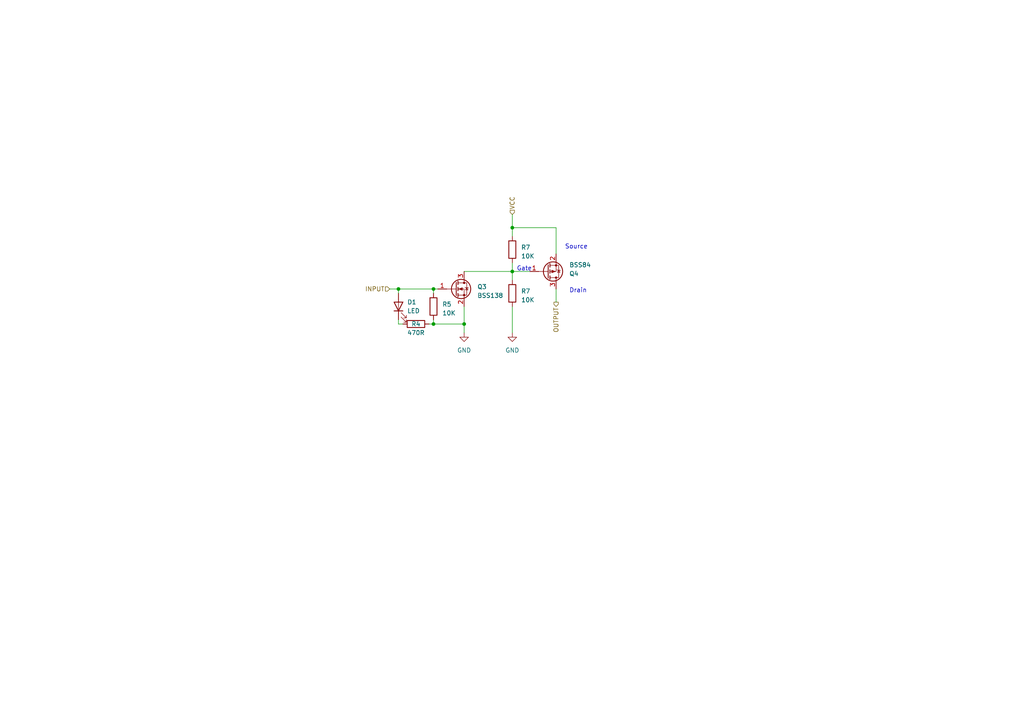
<source format=kicad_sch>
(kicad_sch (version 20230121) (generator eeschema)
  (paper "A4")
  (lib_symbols
    (symbol "Device:LED" (pin_numbers hide) (pin_names (offset 1.016) hide)
      (property "Reference" "D" (at 0 2.54 0))
      (property "Value" "LED" (at 0 -2.54 0))
      (symbol "LED_0_1"
        (polyline (pts (xy -1.27 -1.27) (xy -1.27 1.27)) (stroke (width 0.254)))
        (polyline (pts (xy -1.27 0) (xy 1.27 0)))
        (polyline (pts (xy 1.27 -1.27) (xy 1.27 1.27) (xy -1.27 0) (xy 1.27 -1.27)) (stroke (width 0.254)))
        (polyline (pts (xy -3.048 -0.762) (xy -4.572 -2.286) (xy -3.81 -2.286) (xy -4.572 -2.286) (xy -4.572 -1.524)))
        (polyline (pts (xy -1.778 -0.762) (xy -3.302 -2.286) (xy -2.54 -2.286) (xy -3.302 -2.286) (xy -3.302 -1.524)))
      )
      (symbol "LED_1_1"
        (pin passive line (at -3.81 0 0) (length 2.54) (name "K") (number "1"))
        (pin passive line (at 3.81 0 180) (length 2.54) (name "A") (number "2"))
      )
    )
    (symbol "Device:R" (pin_numbers hide) (pin_names (offset 0))
      (property "Reference" "R" (at 2.032 0 90))
      (property "Value" "R" (at 0 0 90))
      (symbol "R_0_1"
        (rectangle (start -1.016 -2.54) (end 1.016 2.54) (stroke (width 0.254)))
      )
      (symbol "R_1_1"
        (pin passive line (at 0 3.81 270) (length 1.27) (name "~") (number "1"))
        (pin passive line (at 0 -3.81 90) (length 1.27) (name "~") (number "2"))
      )
    )
    (symbol "Transistor_FET:BSS138" (pin_names hide)
      (property "Reference" "Q" (at 5.08 1.905 0))
      (property "Value" "BSS138" (at 5.08 0 0))
      (symbol "BSS138_0_1"
        (polyline (pts (xy 0.254 0) (xy -2.54 0)))
        (polyline (pts (xy 0.254 1.905) (xy 0.254 -1.905)) (stroke (width 0.254)))
        (polyline (pts (xy 0.762 -1.27) (xy 0.762 -2.286)) (stroke (width 0.254)))
        (polyline (pts (xy 0.762 0.508) (xy 0.762 -0.508)) (stroke (width 0.254)))
        (polyline (pts (xy 0.762 2.286) (xy 0.762 1.27)) (stroke (width 0.254)))
        (polyline (pts (xy 2.54 2.54) (xy 2.54 1.778)))
        (polyline (pts (xy 2.54 -2.54) (xy 2.54 0) (xy 0.762 0)))
        (polyline (pts (xy 0.762 -1.778) (xy 3.302 -1.778) (xy 3.302 1.778) (xy 0.762 1.778)))
        (polyline (pts (xy 1.016 0) (xy 2.032 0.381) (xy 2.032 -0.381) (xy 1.016 0)) (fill (type outline)))
        (polyline (pts (xy 2.794 0.508) (xy 2.921 0.381) (xy 3.683 0.381) (xy 3.81 0.254)))
        (polyline (pts (xy 3.302 0.381) (xy 2.921 -0.254) (xy 3.683 -0.254) (xy 3.302 0.381)))
        (circle (center 1.651 0) (radius 2.794) (stroke (width 0.254)))
        (circle (center 2.54 -1.778) (radius 0.254) (fill (type outline)))
        (circle (center 2.54 1.778) (radius 0.254) (fill (type outline)))
      )
      (symbol "BSS138_1_1"
        (pin input line (at -5.08 0 0) (length 2.54) (name "G") (number "1"))
        (pin passive line (at 2.54 -5.08 90) (length 2.54) (name "S") (number "2"))
        (pin passive line (at 2.54 5.08 270) (length 2.54) (name "D") (number "3"))
      )
    )
    (symbol "Transistor_FET:BSS84" (pin_names hide)
      (property "Reference" "Q" (at 5.08 1.905 0))
      (property "Value" "BSS84" (at 5.08 0 0))
      (symbol "BSS84_0_1"
        (polyline (pts (xy 0.254 0) (xy -2.54 0)))
        (polyline (pts (xy 0.254 1.905) (xy 0.254 -1.905)) (stroke (width 0.254)))
        (polyline (pts (xy 0.762 -1.27) (xy 0.762 -2.286)) (stroke (width 0.254)))
        (polyline (pts (xy 0.762 0.508) (xy 0.762 -0.508)) (stroke (width 0.254)))
        (polyline (pts (xy 0.762 2.286) (xy 0.762 1.27)) (stroke (width 0.254)))
        (polyline (pts (xy 2.54 2.54) (xy 2.54 1.778)))
        (polyline (pts (xy 2.54 -2.54) (xy 2.54 0) (xy 0.762 0)))
        (polyline (pts (xy 0.762 1.778) (xy 3.302 1.778) (xy 3.302 -1.778) (xy 0.762 -1.778)))
        (polyline (pts (xy 2.286 0) (xy 1.27 0.381) (xy 1.27 -0.381) (xy 2.286 0)) (fill (type outline)))
        (polyline (pts (xy 2.794 -0.508) (xy 2.921 -0.381) (xy 3.683 -0.381) (xy 3.81 -0.254)))
        (polyline (pts (xy 3.302 -0.381) (xy 2.921 0.254) (xy 3.683 0.254) (xy 3.302 -0.381)))
        (circle (center 1.651 0) (radius 2.794) (stroke (width 0.254)))
        (circle (center 2.54 -1.778) (radius 0.254) (fill (type outline)))
        (circle (center 2.54 1.778) (radius 0.254) (fill (type outline)))
      )
      (symbol "BSS84_1_1"
        (pin input line (at -5.08 0 0) (length 2.54) (name "G") (number "1"))
        (pin passive line (at 2.54 -5.08 90) (length 2.54) (name "S") (number "2"))
        (pin passive line (at 2.54 5.08 270) (length 2.54) (name "D") (number "3"))
      )
    )
    (symbol "power:GND" (power) (pin_names (offset 0))
      (property "Value" "GND" (at 0 -3.81 0))
      (symbol "GND_0_1"
        (polyline (pts (xy 0 0) (xy 0 -1.27) (xy 1.27 -1.27) (xy 0 -2.54) (xy -1.27 -1.27) (xy 0 -1.27)))
      )
      (symbol "GND_1_1"
        (pin power_in line (at 0 0 270) (length 0) hide (name "GND") (number "1"))
      )
    )
  )
  (junction (at 115.57 83.82))
  (junction (at 148.59 66.04))
  (junction (at 125.73 83.82))
  (junction (at 125.73 93.98))
  (junction (at 134.62 93.98))
  (junction (at 148.59 78.74))
  (wire (pts (xy 134.62 88.9) (xy 134.62 93.98)))
  (wire (pts (xy 148.59 78.74) (xy 153.67 78.74)))
  (wire (pts (xy 134.62 93.98) (xy 134.62 96.52)))
  (wire (pts (xy 148.59 66.04) (xy 161.29 66.04)))
  (wire (pts (xy 115.57 83.82) (xy 115.57 85.09)))
  (wire (pts (xy 148.59 78.74) (xy 148.59 81.28)))
  (wire (pts (xy 148.59 66.04) (xy 148.59 68.58)))
  (wire (pts (xy 148.59 76.2) (xy 148.59 78.74)))
  (wire (pts (xy 125.73 83.82) (xy 127 83.82)))
  (wire (pts (xy 115.57 92.71) (xy 115.57 93.98)))
  (wire (pts (xy 134.62 78.74) (xy 148.59 78.74)))
  (wire (pts (xy 161.29 66.04) (xy 161.29 73.66)))
  (wire (pts (xy 148.59 62.23) (xy 148.59 66.04)))
  (wire (pts (xy 115.57 83.82) (xy 125.73 83.82)))
  (wire (pts (xy 113.03 83.82) (xy 115.57 83.82)))
  (wire (pts (xy 124.46 93.98) (xy 125.73 93.98)))
  (wire (pts (xy 115.57 93.98) (xy 116.84 93.98)))
  (wire (pts (xy 161.29 83.82) (xy 161.29 87.63)))
  (wire (pts (xy 125.73 93.98) (xy 134.62 93.98)))
  (wire (pts (xy 148.59 88.9) (xy 148.59 96.52)))
  (wire (pts (xy 125.73 83.82) (xy 125.73 85.09)))
  (wire (pts (xy 125.73 92.71) (xy 125.73 93.98)))
  (text "Source" (at 163.83 72.39 0) (effects (font (size 1.27 1.27)) (justify left bottom)))
  (text "Gate" (at 149.86 78.74 0) (effects (font (size 1.27 1.27)) (justify left bottom)))
  (text "Drain" (at 165.1 85.09 0) (effects (font (size 1.27 1.27)) (justify left bottom)))
  (hierarchical_label "OUTPUT" (shape output) (at 161.29 87.63 270))
  (hierarchical_label "VCC" (shape input) (at 148.59 62.23 90))
  (hierarchical_label "INPUT" (shape input) (at 113.03 83.82 180))
  (symbol (lib_id "power:GND") (at 134.62 96.52 0) (unit 1)
    (property "Reference" "#PWR010" (effects hide))
    (property "Value" "GND" (at 134.62 101.6 0))
  )
  (symbol (lib_id "Transistor_FET:BSS138") (at 132.08 83.82 0) (unit 1)
    (property "Reference" "Q3" (at 138.43 83.185 0) (effects (justify left)))
    (property "Value" "BSS138" (at 138.43 85.725 0) (effects (justify left)))
    (property "Footprint" "Package_TO_SOT_SMD:SOT-23_Handsoldering" (effects hide))
    (property "Datasheet" "https://www.onsemi.com/pub/Collateral/BSS138-D.PDF" (effects hide))
    (instances (project "Wago 859-SSD" (path "" (reference "Q3") (unit 1)) (path "" (reference "Q5") (unit 1))) (project "PanelModular" (path "" (reference "Q3") (unit 1))) (project "EncoderMux" (path "" (reference "Q1") (unit 1))))
  )
  (symbol (lib_id "Transistor_FET:BSS84") (at 158.75 78.74 0) (mirror x) (unit 1)
    (property "Reference" "Q4" (at 165.1 79.375 0) (effects (justify left)))
    (property "Value" "BSS84" (at 165.1 76.835 0) (effects (justify left)))
    (property "Footprint" "Package_TO_SOT_SMD:SOT-23_Handsoldering" (effects hide))
    (property "Datasheet" "http://assets.nexperia.com/documents/data-sheet/BSS84.pdf" (effects hide))
    (instances (project "Wago 859-SSD" (path "" (reference "Q4") (unit 1)) (path "" (reference "Q1") (unit 1))) (project "EncoderMux" (path "" (reference "Q2") (unit 1))))
  )
  (symbol (lib_id "Device:LED") (at 115.57 88.9 90) (unit 1)
    (property "Reference" "D1" (at 118.11 87.63 90) (effects (justify right)))
    (property "Value" "LED" (at 118.11 90.17 90) (effects (justify right)))
    (property "Footprint" "LED_SMD:LED_1206_3216Metric_Pad1.42x1.75mm_HandSolder" (effects hide))
    (instances (project "Wago 859-SSD" (path "" (reference "D1") (unit 1)) (path "" (reference "D3") (unit 1))) (project "EncoderMux" (path "" (reference "D1") (unit 1))))
  )
  (symbol (lib_id "power:GND") (at 148.59 96.52 0) (unit 1)
    (property "Reference" "#PWR015" (effects hide))
    (property "Value" "GND" (at 148.59 101.6 0))
  )
  (symbol (lib_id "Device:R") (at 148.59 72.39 180) (unit 1)
    (property "Reference" "R7" (at 151.13 71.755 0) (effects (justify right)))
    (property "Value" "10K" (at 151.13 74.295 0) (effects (justify right)))
    (property "Footprint" "Resistor_SMD:R_0805_2012Metric_Pad1.20x1.40mm_HandSolder" (effects hide))
    (instances (project "Wago 859-SSD" (path "" (reference "R7") (unit 1)) (path "" (reference "R3") (unit 1))) (project "PanelModular" (path "" (reference "R6") (unit 1))) (project "EncoderMux" (path "" (reference "R5") (unit 1))))
  )
  (symbol (lib_id "Device:R") (at 120.65 93.98 270) (unit 1)
    (property "Reference" "R4" (at 120.65 93.98 90))
    (property "Value" "470R" (at 120.65 96.52 90))
    (property "Footprint" "Resistor_SMD:R_0805_2012Metric_Pad1.20x1.40mm_HandSolder" (effects hide))
    (instances (project "Wago 859-SSD" (path "" (reference "R4") (unit 1)) (path "" (reference "R9") (unit 1))) (project "PanelModular" (path "" (reference "R2") (unit 1))) (project "EncoderMux" (path "" (reference "R1") (unit 1))))
  )
  (symbol (lib_id "Device:R") (at 125.73 88.9 180) (unit 1)
    (property "Reference" "R5" (at 128.27 88.265 0) (effects (justify right)))
    (property "Value" "10K" (at 128.27 90.805 0) (effects (justify right)))
    (property "Footprint" "Resistor_SMD:R_0805_2012Metric_Pad1.20x1.40mm_HandSolder" (effects hide))
    (instances (project "Wago 859-SSD" (path "" (reference "R5") (unit 1)) (path "" (reference "R10") (unit 1))) (project "PanelModular" (path "" (reference "R6") (unit 1))) (project "EncoderMux" (path "" (reference "R6") (unit 1))))
  )
  (symbol (lib_id "Device:R") (at 148.59 85.09 180) (unit 1)
    (property "Reference" "R7" (at 151.13 84.455 0) (effects (justify right)))
    (property "Value" "10K" (at 151.13 86.995 0) (effects (justify right)))
    (property "Footprint" "Resistor_SMD:R_0805_2012Metric_Pad1.20x1.40mm_HandSolder" (effects hide))
    (instances (project "Wago 859-SSD" (path "" (reference "R7") (unit 1)) (path "" (reference "R1") (unit 1))) (project "PanelModular" (path "" (reference "R6") (unit 1))) (project "EncoderMux" (path "" (reference "R5") (unit 1))))
  )
)
</source>
